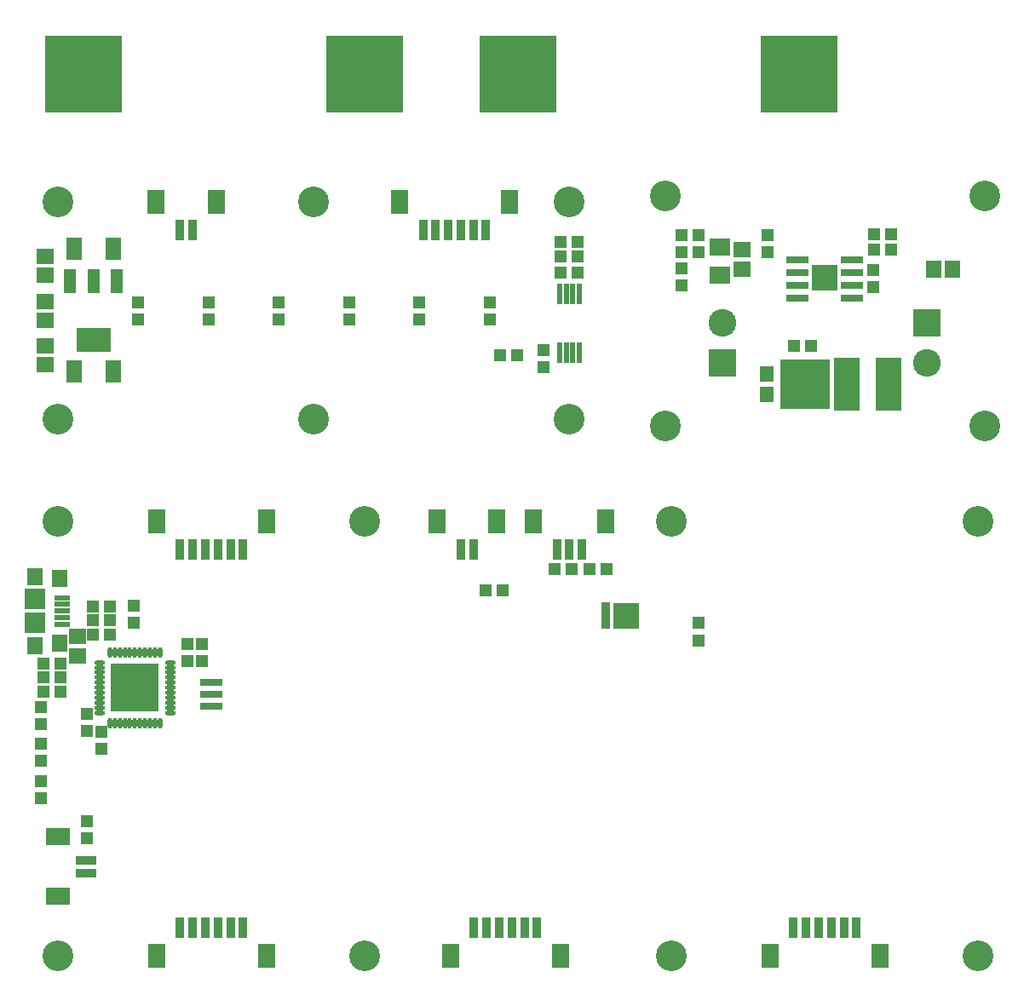
<source format=gbs>
G04 DipTrace 3.0.0.1*
G04 panel2.GBS*
%MOIN*%
G04 #@! TF.FileFunction,Soldermask,Bot*
G04 #@! TF.Part,Single*
%AMOUTLINE1*
4,1,7,
-0.049488,0.05126,
-0.049488,-0.05126,
0.049488,-0.05126,
0.049488,-0.025512,
0.049488,7.9E-5,
0.049488,0.02567,
0.049488,0.05126,
-0.049488,0.05126,
0*%
%ADD66C,0.12*%
%ADD71R,0.098583X0.098583*%
%ADD73R,0.100552X0.208819*%
%ADD75C,0.108032*%
%ADD77R,0.108032X0.108032*%
%ADD79R,0.193859X0.197008*%
%ADD81R,0.058032X0.06315*%
%ADD83R,0.059213X0.067087*%
%ADD85R,0.078898X0.071024*%
%ADD87R,0.086772X0.031654*%
%ADD91R,0.135985X0.092678*%
%ADD93R,0.045434X0.092678*%
%ADD95R,0.02378X0.078898*%
%ADD101R,0.032835X0.025749*%
%ADD103R,0.082835X0.082835*%
%ADD105R,0.059213X0.065119*%
%ADD107R,0.06315X0.071024*%
%ADD109R,0.061182X0.02378*%
%ADD111R,0.094646X0.071024*%
%ADD113R,0.078898X0.035591*%
%ADD115R,0.071024X0.094646*%
%ADD117R,0.035591X0.078898*%
%ADD123R,0.06315X0.090709*%
%ADD125R,0.067087X0.059213*%
%ADD127R,0.051339X0.047402*%
%ADD129R,0.047402X0.051339*%
%ADD131R,0.188032X0.188032*%
%ADD133O,0.041497X0.019843*%
%ADD135O,0.019843X0.041497*%
%ADD141OUTLINE1*%
%FSLAX26Y26*%
G04*
G70*
G90*
G75*
G01*
G04 BotMask*
%LPD*%
D135*
X745589Y1731810D3*
X765275D3*
X784960D3*
X804645D3*
X824330D3*
X844015D3*
X863700D3*
X883385D3*
X903070D3*
X922755D3*
X942440D3*
D133*
X981810Y1692440D3*
Y1672755D3*
Y1653070D3*
Y1633385D3*
Y1613700D3*
Y1594015D3*
Y1574330D3*
Y1554645D3*
Y1534960D3*
Y1515275D3*
Y1495589D3*
D135*
X942440Y1456219D3*
X922755D3*
X903070D3*
X883385D3*
X863700D3*
X844015D3*
X824330D3*
X804645D3*
X784960D3*
X765275D3*
X745589D3*
D133*
X706219Y1495589D3*
Y1515275D3*
Y1534960D3*
Y1554645D3*
Y1574330D3*
Y1594015D3*
Y1613700D3*
Y1633385D3*
Y1653070D3*
Y1672755D3*
Y1692440D3*
D131*
X844015Y1594015D3*
D129*
X837813Y1848206D3*
Y1915135D3*
X1050334Y1698192D3*
Y1765121D3*
D127*
X746263Y1800412D3*
X679334D3*
D129*
X1406689Y3035306D3*
Y3102235D3*
X856688Y3035306D3*
Y3102235D3*
X656544Y1490092D3*
Y1423163D3*
X1131689Y3035306D3*
Y3102235D3*
X3050546Y1846380D3*
Y1779450D3*
X1681689Y3035306D3*
Y3102235D3*
X2444189Y2914735D3*
Y2847806D3*
X1956689Y3035306D3*
Y3102235D3*
D125*
X494188Y3206369D3*
Y3281172D3*
Y2931172D3*
Y2856369D3*
D129*
X2231689Y3035306D3*
Y3102235D3*
D123*
X604919Y3312520D3*
X758457D3*
X604919Y2831271D3*
X758457D3*
D125*
X619038Y1794163D3*
Y1719360D3*
X494188Y3106172D3*
Y3031369D3*
D66*
X544015Y2244016D3*
X4144016Y544016D3*
X2944016Y2244016D3*
X544015Y544016D3*
X1744017Y2244016D3*
Y544016D3*
X4144016Y2244016D3*
X2944016Y544016D3*
X544188Y3493771D3*
X2544189D3*
X1544189D3*
X544188Y2643771D3*
X1544189D3*
X2544189D3*
D117*
X1019582Y3383534D3*
X1068794D3*
D115*
X1161314Y3493771D3*
X927062D3*
D117*
X1971158Y3383534D3*
X2020370D3*
D115*
X2309740Y3493771D3*
X1878638D3*
D117*
X2069583Y3383534D3*
X2118796D3*
X2168008D3*
X2217221D3*
X1267049Y654254D3*
X1217836D3*
D115*
X928466Y544017D3*
X1359568D3*
D117*
X1168624Y654254D3*
X1119411D3*
X1070198D3*
X1020986D3*
X3667047D3*
X3617835D3*
D115*
X3328465Y544017D3*
X3759567D3*
D117*
X3568622Y654254D3*
X3519410D3*
X3470197D3*
X3420985D3*
X2417047D3*
X2367835D3*
D115*
X2078465Y544017D3*
X2509567D3*
D117*
X2318622Y654254D3*
X2269410D3*
X2220197D3*
X2170985D3*
X1020986Y2133780D3*
X1070198D3*
D115*
X1359568Y2244016D3*
X928466D3*
D117*
X1119411Y2133780D3*
X1168624D3*
X1217836D3*
X1267049D3*
D113*
X654251Y869411D3*
Y918624D3*
D111*
X544015Y1011143D3*
Y776891D3*
D117*
X2119410Y2133780D3*
X2168622D3*
D115*
X2261142Y2244016D3*
X2026890D3*
D117*
X2494803Y2133780D3*
X2544016D3*
D115*
X2685748Y2244016D3*
X2402284D3*
D117*
X2593229Y2133780D3*
D129*
X475273Y1160635D3*
Y1227565D3*
Y1450377D3*
Y1517306D3*
Y1306612D3*
Y1373541D3*
D109*
X558336Y1842834D3*
Y1868424D3*
Y1894015D3*
Y1919605D3*
Y1945196D3*
D107*
X549478Y1768030D3*
Y2019999D3*
D105*
X453021Y1759172D3*
Y2028857D3*
D103*
Y1846771D3*
Y1941259D3*
D101*
X2687521Y1837275D3*
Y1862471D3*
Y1888062D3*
Y1913652D3*
D141*
X2767443Y1875267D3*
D129*
X656515Y1071233D3*
Y1004303D3*
D127*
X2689982Y2056516D3*
X2623053D3*
X2485553D3*
X2552482D3*
D129*
X712798Y1354404D3*
Y1421334D3*
D127*
X485565Y1687901D3*
X552494D3*
X2283731Y1975265D3*
X2216802D3*
X485565Y1579428D3*
X552494D3*
D129*
X1106589Y1765121D3*
Y1698192D3*
D127*
X485565Y1633856D3*
X552494D3*
X2577654Y3218771D3*
X2510725D3*
Y3337520D3*
X2577654D3*
Y3281271D3*
X2510725D3*
X2273225Y2893772D3*
X2340154D3*
X746263Y1912925D3*
X679334D3*
X746263Y1856670D3*
X679334D3*
D95*
X2505803Y3132944D3*
X2531394D3*
X2556985D3*
X2582575D3*
Y2904597D3*
X2556985D3*
X2531394D3*
X2505803D3*
D93*
X591137Y3182944D3*
X681688D3*
X772239D3*
D91*
X681688Y2954597D3*
D87*
X1144017Y1616256D3*
Y1569012D3*
Y1521768D3*
D127*
X3489981Y2931516D3*
X3423051D3*
D85*
X3131516Y3207649D3*
Y3317885D3*
D125*
X3219016Y3231614D3*
Y3306418D3*
D83*
X4043918Y3231516D3*
X3969114D3*
D129*
X3731516Y3227481D3*
Y3160551D3*
D81*
X3316407Y2822461D3*
Y2740571D3*
D79*
X3466210Y2781516D3*
D66*
X2919016Y2619016D3*
Y3519016D3*
X4169016D3*
Y2619016D3*
D77*
X3144016Y2866063D3*
D75*
Y3021969D3*
D77*
X3944016D3*
D75*
Y2866063D3*
D73*
X3631074Y2781516D3*
X3794460D3*
D129*
X2981516Y3364981D3*
Y3298051D3*
X3050267Y3364981D3*
Y3298051D3*
X2981516Y3233731D3*
Y3166802D3*
D127*
X3802481Y3306516D3*
X3735551D3*
Y3369016D3*
X3802481D3*
D129*
X3319016Y3364981D3*
Y3298051D3*
D87*
X3437717Y3119016D3*
Y3169016D3*
Y3219016D3*
Y3269016D3*
X3650315D3*
Y3219016D3*
Y3169016D3*
Y3119016D3*
D71*
X3544016Y3197953D3*
G36*
X1594016Y4144016D2*
X1894016D1*
Y3844016D1*
X1594016D1*
Y4144016D1*
G37*
G36*
X494016D2*
X794016D1*
Y3844016D1*
X494016D1*
Y4144016D1*
G37*
G36*
X3294016D2*
X3594016D1*
Y3844016D1*
X3294016D1*
Y4144016D1*
G37*
G36*
X2194016D2*
X2494016D1*
Y3844016D1*
X2194016D1*
Y4144016D1*
G37*
M02*

</source>
